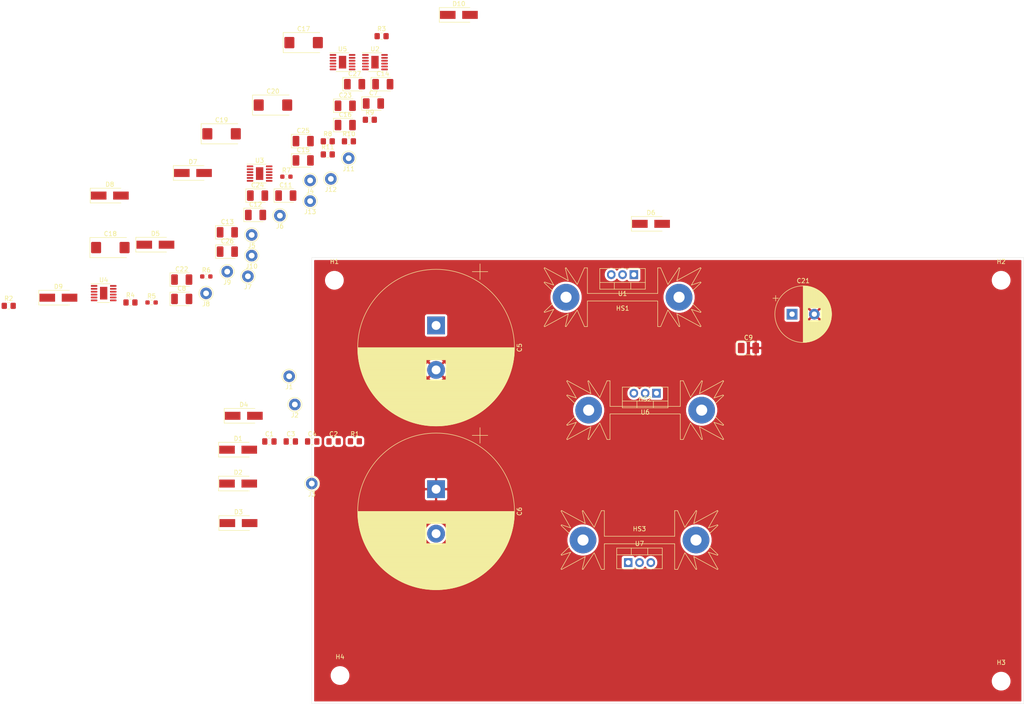
<source format=kicad_pcb>
(kicad_pcb (version 20171130) (host pcbnew "(5.1.9-0-10_14)")
  (layers (0 F.Cu signal) (31 B.Cu signal) (34 B.Paste user) (35 F.Paste user) (36 B.SilkS user) (37 F.SilkS user) (38 B.Mask user) (39 F.Mask user) (44 Edge.Cuts user))
  (net 0 "")
  (net 1 +17V)
  (net 2 "Net-(C1-Pad1)")
  (net 3 "Net-(C2-Pad2)")
  (net 4 GND)
  (net 5 "Net-(C11-Pad2)")
  (net 6 -17V)
  (net 7 "Net-(C11-Pad1)")
  (net 8 "Net-(C12-Pad2)")
  (net 9 "Net-(C13-Pad1)")
  (net 10 "Net-(C14-Pad2)")
  (net 11 "Net-(C16-Pad1)")
  (net 12 "Net-(C17-Pad1)")
  (net 13 "Net-(C18-Pad2)")
  (net 14 "Net-(C19-Pad1)")
  (net 15 "Net-(C20-Pad2)")
  (net 16 "Net-(C21-Pad1)")
  (net 17 "Net-(C24-Pad1)")
  (net 18 "Net-(C25-Pad2)")
  (net 19 "Net-(C26-Pad1)")
  (net 20 "Net-(C27-Pad2)")
  (net 21 "Net-(J10-Pad1)")
  (module Resistor_SMD:R_0603_1608Metric_Pad0.98x0.95mm_HandSolder (layer F.Cu) (at 88.275001 32.575001)
    (fp_text reference R7 (at 0 -1.43) (layer F.SilkS))
    (fp_text value 240R)
    (pad 2 smd roundrect (at 0.9125 0) (size 0.975 0.95) (layers F.Cu F.Paste F.Mask) (net 16 "Net-(C21-Pad1)"))
    (pad 1 smd roundrect (at -0.9125 0) (size 0.975 0.95) (layers F.Cu F.Paste F.Mask) (net 21 "Net-(J10-Pad1)"))
  )
  (module Resistor_SMD:R_0603_1608Metric_Pad0.98x0.95mm_HandSolder (layer F.Cu) (at 70.275001 55.025001)
    (fp_text reference R6 (at 0 -1.43) (layer F.SilkS))
    (fp_text value 240R)
    (pad 2 smd roundrect (at 0.9125 0) (size 0.975 0.95) (layers F.Cu F.Paste F.Mask) (net 11 "Net-(C16-Pad1)"))
    (pad 1 smd roundrect (at -0.9125 0) (size 0.975 0.95) (layers F.Cu F.Paste F.Mask) (net 16 "Net-(C21-Pad1)"))
  )
  (module Resistor_SMD:R_0603_1608Metric_Pad0.98x0.95mm_HandSolder (layer F.Cu) (at 57.975001 60.875001)
    (fp_text reference R5 (at 0 -1.43) (layer F.SilkS))
    (fp_text value 720R)
    (pad 2 smd roundrect (at 0.9125 0) (size 0.975 0.95) (layers F.Cu F.Paste F.Mask) (net 4 GND))
    (pad 1 smd roundrect (at -0.9125 0) (size 0.975 0.95) (layers F.Cu F.Paste F.Mask) (net 11 "Net-(C16-Pad1)"))
  )
  (module Capacitor_Tantalum_SMD:CP_EIA-3528-21_Kemet-B_Pad1.50x2.35mm_HandSolder (layer F.Cu) (at 192.125 71.12)
    (fp_text reference C9 (at 0 -2.35) (layer F.SilkS))
    (fp_text value 10uF/25V)
    (pad 2 smd roundrect (at 1.625 0) (size 1.5 2.35) (layers F.Cu F.Paste F.Mask) (roundrect_rratio 0.166667) (net 4 GND))
    (pad 1 smd roundrect (at -1.625 0) (size 1.5 2.35) (layers F.Cu F.Paste F.Mask) (roundrect_rratio 0.166667) (net 16 "Net-(C21-Pad1)"))
  )
  (module Capacitor_THT:CP_Radial_D35.0mm_P10.00mm_SnapIn (layer F.Cu) (at 121.92 102.87 270)
    (fp_text reference C6 (at 5 -18.75 90) (layer F.SilkS))
    (fp_text value 22000uF/25VDC)
    (pad 2 thru_hole circle (at 10 0 270) (size 4 4) (drill 2) (layers *.Cu *.Mask) (net 1 +17V))
    (pad 1 thru_hole rect (at 0 0 270) (size 4 4) (drill 2) (layers *.Cu *.Mask) (net 4 GND))
  )
  (module Capacitor_THT:CP_Radial_D35.0mm_P10.00mm_SnapIn (layer F.Cu) (at 121.92 66.04 270)
    (fp_text reference C5 (at 5 -18.75 90) (layer F.SilkS))
    (fp_text value 22000uF/25VDC)
    (pad 2 thru_hole circle (at 10 0 270) (size 4 4) (drill 2) (layers *.Cu *.Mask) (net 4 GND))
    (pad 1 thru_hole rect (at 0 0 270) (size 4 4) (drill 2) (layers *.Cu *.Mask) (net 1 +17V))
  )
  (module Package_TO_SOT_THT:TO-220-3_Vertical (layer F.Cu) (at 165.1 119.38)
    (fp_text reference U7 (at 2.54 -4.27) (layer F.SilkS))
    (fp_text value LM337_TO220)
    (pad 3 thru_hole oval (at 5.08 0) (size 1.905 2) (drill 1.1) (layers *.Cu *.Mask) (net 20 "Net-(C27-Pad2)"))
    (pad 2 thru_hole oval (at 2.54 0) (size 1.905 2) (drill 1.1) (layers *.Cu *.Mask) (net 6 -17V))
    (pad 1 thru_hole rect (at 0 0) (size 1.905 2) (drill 1.1) (layers *.Cu *.Mask))
  )
  (module Package_TO_SOT_THT:TO-220-3_Vertical (layer F.Cu) (at 171.45 81.28 180)
    (fp_text reference U6 (at 2.54 -4.27) (layer F.SilkS))
    (fp_text value LM317_TO-220)
    (pad 3 thru_hole oval (at 5.08 0 180) (size 1.905 2) (drill 1.1) (layers *.Cu *.Mask) (net 1 +17V))
    (pad 2 thru_hole oval (at 2.54 0 180) (size 1.905 2) (drill 1.1) (layers *.Cu *.Mask) (net 19 "Net-(C26-Pad1)"))
    (pad 1 thru_hole rect (at 0 0 180) (size 1.905 2) (drill 1.1) (layers *.Cu *.Mask) (net 17 "Net-(C24-Pad1)"))
  )
  (module Package_SO:MSOP-12-1EP_3x4mm_P0.65mm_EP1.65x2.85mm (layer F.Cu) (at 100.895001 6.825001)
    (fp_text reference U5 (at 0 -2.95) (layer F.SilkS))
    (fp_text value LT3094xMSE)
    (pad 13 smd rect (at 0 0) (size 1.65 2.85) (layers F.Cu F.Mask) (net 20 "Net-(C27-Pad2)"))
    (pad 12 smd roundrect (at 2.15 -1.625) (size 1.45 0.4) (layers F.Cu F.Paste F.Mask) (net 15 "Net-(C20-Pad2)"))
    (pad 11 smd roundrect (at 2.15 -0.975) (size 1.45 0.4) (layers F.Cu F.Paste F.Mask) (net 15 "Net-(C20-Pad2)"))
    (pad 10 smd roundrect (at 2.15 -0.325) (size 1.45 0.4) (layers F.Cu F.Paste F.Mask) (net 15 "Net-(C20-Pad2)"))
    (pad 9 smd roundrect (at 2.15 0.325) (size 1.45 0.4) (layers F.Cu F.Paste F.Mask) (net 4 GND))
    (pad 8 smd roundrect (at 2.15 0.975) (size 1.45 0.4) (layers F.Cu F.Paste F.Mask) (net 10 "Net-(C14-Pad2)"))
    (pad 7 smd roundrect (at 2.15 1.625) (size 1.45 0.4) (layers F.Cu F.Paste F.Mask))
    (pad 6 smd roundrect (at -2.15 1.625) (size 1.45 0.4) (layers F.Cu F.Paste F.Mask) (net 4 GND))
    (pad 5 smd roundrect (at -2.15 0.975) (size 1.45 0.4) (layers F.Cu F.Paste F.Mask) (net 20 "Net-(C27-Pad2)"))
    (pad 4 smd roundrect (at -2.15 0.325) (size 1.45 0.4) (layers F.Cu F.Paste F.Mask))
    (pad 3 smd roundrect (at -2.15 -0.325) (size 1.45 0.4) (layers F.Cu F.Paste F.Mask) (net 20 "Net-(C27-Pad2)"))
    (pad 2 smd roundrect (at -2.15 -0.975) (size 1.45 0.4) (layers F.Cu F.Paste F.Mask) (net 20 "Net-(C27-Pad2)"))
    (pad 1 smd roundrect (at -2.15 -1.625) (size 1.45 0.4) (layers F.Cu F.Paste F.Mask) (net 20 "Net-(C27-Pad2)"))
  )
  (module Package_SO:MSOP-12-1EP_3x4mm_P0.65mm_EP1.65x2.85mm (layer F.Cu) (at 47.205001 58.775001)
    (fp_text reference U4 (at 0 -2.95) (layer F.SilkS))
    (fp_text value LT3045xMSE)
    (pad 13 smd rect (at 0 0) (size 1.65 2.85) (layers F.Cu F.Mask) (net 4 GND))
    (pad 12 smd roundrect (at 2.15 -1.625) (size 1.45 0.4) (layers F.Cu F.Paste F.Mask) (net 14 "Net-(C19-Pad1)"))
    (pad 11 smd roundrect (at 2.15 -0.975) (size 1.45 0.4) (layers F.Cu F.Paste F.Mask) (net 14 "Net-(C19-Pad1)"))
    (pad 10 smd roundrect (at 2.15 -0.325) (size 1.45 0.4) (layers F.Cu F.Paste F.Mask) (net 14 "Net-(C19-Pad1)"))
    (pad 9 smd roundrect (at 2.15 0.325) (size 1.45 0.4) (layers F.Cu F.Paste F.Mask) (net 4 GND))
    (pad 8 smd roundrect (at 2.15 0.975) (size 1.45 0.4) (layers F.Cu F.Paste F.Mask) (net 9 "Net-(C13-Pad1)"))
    (pad 7 smd roundrect (at 2.15 1.625) (size 1.45 0.4) (layers F.Cu F.Paste F.Mask) (net 19 "Net-(C26-Pad1)"))
    (pad 6 smd roundrect (at -2.15 1.625) (size 1.45 0.4) (layers F.Cu F.Paste F.Mask) (net 4 GND))
    (pad 5 smd roundrect (at -2.15 0.975) (size 1.45 0.4) (layers F.Cu F.Paste F.Mask))
    (pad 4 smd roundrect (at -2.15 0.325) (size 1.45 0.4) (layers F.Cu F.Paste F.Mask) (net 19 "Net-(C26-Pad1)"))
    (pad 3 smd roundrect (at -2.15 -0.325) (size 1.45 0.4) (layers F.Cu F.Paste F.Mask) (net 19 "Net-(C26-Pad1)"))
    (pad 2 smd roundrect (at -2.15 -0.975) (size 1.45 0.4) (layers F.Cu F.Paste F.Mask) (net 19 "Net-(C26-Pad1)"))
    (pad 1 smd roundrect (at -2.15 -1.625) (size 1.45 0.4) (layers F.Cu F.Paste F.Mask) (net 19 "Net-(C26-Pad1)"))
  )
  (module Package_SO:MSOP-12-1EP_3x4mm_P0.65mm_EP1.65x2.85mm (layer F.Cu) (at 82.255001 31.885001)
    (fp_text reference U3 (at 0 -2.95) (layer F.SilkS))
    (fp_text value LT3094xMSE)
    (pad 13 smd rect (at 0 0) (size 1.65 2.85) (layers F.Cu F.Mask) (net 6 -17V))
    (pad 12 smd roundrect (at 2.15 -1.625) (size 1.45 0.4) (layers F.Cu F.Paste F.Mask) (net 13 "Net-(C18-Pad2)"))
    (pad 11 smd roundrect (at 2.15 -0.975) (size 1.45 0.4) (layers F.Cu F.Paste F.Mask) (net 13 "Net-(C18-Pad2)"))
    (pad 10 smd roundrect (at 2.15 -0.325) (size 1.45 0.4) (layers F.Cu F.Paste F.Mask) (net 13 "Net-(C18-Pad2)"))
    (pad 9 smd roundrect (at 2.15 0.325) (size 1.45 0.4) (layers F.Cu F.Paste F.Mask) (net 5 "Net-(C11-Pad2)"))
    (pad 8 smd roundrect (at 2.15 0.975) (size 1.45 0.4) (layers F.Cu F.Paste F.Mask) (net 8 "Net-(C12-Pad2)"))
    (pad 7 smd roundrect (at 2.15 1.625) (size 1.45 0.4) (layers F.Cu F.Paste F.Mask))
    (pad 6 smd roundrect (at -2.15 1.625) (size 1.45 0.4) (layers F.Cu F.Paste F.Mask) (net 5 "Net-(C11-Pad2)"))
    (pad 5 smd roundrect (at -2.15 0.975) (size 1.45 0.4) (layers F.Cu F.Paste F.Mask) (net 6 -17V))
    (pad 4 smd roundrect (at -2.15 0.325) (size 1.45 0.4) (layers F.Cu F.Paste F.Mask))
    (pad 3 smd roundrect (at -2.15 -0.325) (size 1.45 0.4) (layers F.Cu F.Paste F.Mask) (net 6 -17V))
    (pad 2 smd roundrect (at -2.15 -0.975) (size 1.45 0.4) (layers F.Cu F.Paste F.Mask) (net 6 -17V))
    (pad 1 smd roundrect (at -2.15 -1.625) (size 1.45 0.4) (layers F.Cu F.Paste F.Mask) (net 6 -17V))
  )
  (module Package_SO:MSOP-12-1EP_3x4mm_P0.65mm_EP1.65x2.85mm (layer F.Cu) (at 108.185001 6.825001)
    (fp_text reference U2 (at 0 -2.95) (layer F.SilkS))
    (fp_text value LT3045xMSE)
    (pad 13 smd rect (at 0 0) (size 1.65 2.85) (layers F.Cu F.Mask) (net 5 "Net-(C11-Pad2)"))
    (pad 12 smd roundrect (at 2.15 -1.625) (size 1.45 0.4) (layers F.Cu F.Paste F.Mask) (net 12 "Net-(C17-Pad1)"))
    (pad 11 smd roundrect (at 2.15 -0.975) (size 1.45 0.4) (layers F.Cu F.Paste F.Mask) (net 12 "Net-(C17-Pad1)"))
    (pad 10 smd roundrect (at 2.15 -0.325) (size 1.45 0.4) (layers F.Cu F.Paste F.Mask) (net 12 "Net-(C17-Pad1)"))
    (pad 9 smd roundrect (at 2.15 0.325) (size 1.45 0.4) (layers F.Cu F.Paste F.Mask) (net 5 "Net-(C11-Pad2)"))
    (pad 8 smd roundrect (at 2.15 0.975) (size 1.45 0.4) (layers F.Cu F.Paste F.Mask) (net 7 "Net-(C11-Pad1)"))
    (pad 7 smd roundrect (at 2.15 1.625) (size 1.45 0.4) (layers F.Cu F.Paste F.Mask) (net 1 +17V))
    (pad 6 smd roundrect (at -2.15 1.625) (size 1.45 0.4) (layers F.Cu F.Paste F.Mask) (net 5 "Net-(C11-Pad2)"))
    (pad 5 smd roundrect (at -2.15 0.975) (size 1.45 0.4) (layers F.Cu F.Paste F.Mask))
    (pad 4 smd roundrect (at -2.15 0.325) (size 1.45 0.4) (layers F.Cu F.Paste F.Mask) (net 1 +17V))
    (pad 3 smd roundrect (at -2.15 -0.325) (size 1.45 0.4) (layers F.Cu F.Paste F.Mask) (net 1 +17V))
    (pad 2 smd roundrect (at -2.15 -0.975) (size 1.45 0.4) (layers F.Cu F.Paste F.Mask) (net 1 +17V))
    (pad 1 smd roundrect (at -2.15 -1.625) (size 1.45 0.4) (layers F.Cu F.Paste F.Mask) (net 1 +17V))
  )
  (module Package_TO_SOT_THT:TO-220-3_Vertical (layer F.Cu) (at 166.37 54.61 180)
    (fp_text reference U1 (at 2.54 -4.27) (layer F.SilkS))
    (fp_text value LM317_TO-220)
    (pad 3 thru_hole oval (at 5.08 0 180) (size 1.905 2) (drill 1.1) (layers *.Cu *.Mask) (net 1 +17V))
    (pad 2 thru_hole oval (at 2.54 0 180) (size 1.905 2) (drill 1.1) (layers *.Cu *.Mask) (net 16 "Net-(C21-Pad1)"))
    (pad 1 thru_hole rect (at 0 0 180) (size 1.905 2) (drill 1.1) (layers *.Cu *.Mask) (net 11 "Net-(C16-Pad1)"))
  )
  (module Resistor_SMD:R_0805_2012Metric_Pad1.20x1.40mm_HandSolder (layer F.Cu) (at 97.575001 27.575001)
    (fp_text reference R11 (at 0 -1.65) (layer F.SilkS))
    (fp_text value 240R)
    (pad 2 smd roundrect (at 1 0) (size 1.2 1.4) (layers F.Cu F.Paste F.Mask) (roundrect_rratio 0.208333) (net 20 "Net-(C27-Pad2)"))
    (pad 1 smd roundrect (at -1 0) (size 1.2 1.4) (layers F.Cu F.Paste F.Mask) (roundrect_rratio 0.208333) (net 18 "Net-(C25-Pad2)"))
  )
  (module Resistor_SMD:R_0805_2012Metric_Pad1.20x1.40mm_HandSolder (layer F.Cu) (at 102.325001 24.625001)
    (fp_text reference R10 (at 0 -1.65) (layer F.SilkS))
    (fp_text value 240R)
    (pad 2 smd roundrect (at 1 0) (size 1.2 1.4) (layers F.Cu F.Paste F.Mask) (roundrect_rratio 0.208333) (net 17 "Net-(C24-Pad1)"))
    (pad 1 smd roundrect (at -1 0) (size 1.2 1.4) (layers F.Cu F.Paste F.Mask) (roundrect_rratio 0.208333) (net 19 "Net-(C26-Pad1)"))
  )
  (module Resistor_SMD:R_0805_2012Metric_Pad1.20x1.40mm_HandSolder (layer F.Cu) (at 107.025001 19.775001)
    (fp_text reference R9 (at 0 -1.65) (layer F.SilkS))
    (fp_text value 912R)
    (pad 2 smd roundrect (at 1 0) (size 1.2 1.4) (layers F.Cu F.Paste F.Mask) (roundrect_rratio 0.208333) (net 18 "Net-(C25-Pad2)"))
    (pad 1 smd roundrect (at -1 0) (size 1.2 1.4) (layers F.Cu F.Paste F.Mask) (roundrect_rratio 0.208333) (net 4 GND))
  )
  (module Resistor_SMD:R_0805_2012Metric_Pad1.20x1.40mm_HandSolder (layer F.Cu) (at 97.575001 24.625001)
    (fp_text reference R8 (at 0 -1.65) (layer F.SilkS))
    (fp_text value 912)
    (pad 2 smd roundrect (at 1 0) (size 1.2 1.4) (layers F.Cu F.Paste F.Mask) (roundrect_rratio 0.208333) (net 4 GND))
    (pad 1 smd roundrect (at -1 0) (size 1.2 1.4) (layers F.Cu F.Paste F.Mask) (roundrect_rratio 0.208333) (net 17 "Net-(C24-Pad1)"))
  )
  (module Resistor_SMD:R_0805_2012Metric_Pad1.20x1.40mm_HandSolder (layer F.Cu) (at 53.225001 60.875001)
    (fp_text reference R4 (at 0 -1.65) (layer F.SilkS))
    (fp_text value 49.9k)
    (pad 2 smd roundrect (at 1 0) (size 1.2 1.4) (layers F.Cu F.Paste F.Mask) (roundrect_rratio 0.208333) (net 10 "Net-(C14-Pad2)"))
    (pad 1 smd roundrect (at -1 0) (size 1.2 1.4) (layers F.Cu F.Paste F.Mask) (roundrect_rratio 0.208333) (net 4 GND))
  )
  (module Resistor_SMD:R_0805_2012Metric_Pad1.20x1.40mm_HandSolder (layer F.Cu) (at 109.675001 0.975001)
    (fp_text reference R3 (at 0 -1.65) (layer F.SilkS))
    (fp_text value 49.9k)
    (pad 2 smd roundrect (at 1 0) (size 1.2 1.4) (layers F.Cu F.Paste F.Mask) (roundrect_rratio 0.208333) (net 4 GND))
    (pad 1 smd roundrect (at -1 0) (size 1.2 1.4) (layers F.Cu F.Paste F.Mask) (roundrect_rratio 0.208333) (net 9 "Net-(C13-Pad1)"))
  )
  (module Resistor_SMD:R_0805_2012Metric_Pad1.20x1.40mm_HandSolder (layer F.Cu) (at 25.865001 61.625001)
    (fp_text reference R2 (at 0 -1.65) (layer F.SilkS))
    (fp_text value 150k)
    (pad 2 smd roundrect (at 1 0) (size 1.2 1.4) (layers F.Cu F.Paste F.Mask) (roundrect_rratio 0.208333) (net 8 "Net-(C12-Pad2)"))
    (pad 1 smd roundrect (at -1 0) (size 1.2 1.4) (layers F.Cu F.Paste F.Mask) (roundrect_rratio 0.208333) (net 5 "Net-(C11-Pad2)"))
  )
  (module Resistor_SMD:R_0805_2012Metric_Pad1.20x1.40mm_HandSolder (layer F.Cu) (at 103.665001 92.105001)
    (fp_text reference R1 (at 0 -1.65) (layer F.SilkS))
    (fp_text value 150k)
    (pad 2 smd roundrect (at 1 0) (size 1.2 1.4) (layers F.Cu F.Paste F.Mask) (roundrect_rratio 0.208333) (net 5 "Net-(C11-Pad2)"))
    (pad 1 smd roundrect (at -1 0) (size 1.2 1.4) (layers F.Cu F.Paste F.Mask) (roundrect_rratio 0.208333) (net 7 "Net-(C11-Pad1)"))
  )
  (module Connector_Pin:Pin_D1.3mm_L11.0mm (layer F.Cu) (at 93.615001 38.075001)
    (fp_text reference J13 (at 0 2.4) (layer F.SilkS))
    (fp_text value GND)
    (pad 1 thru_hole circle (at 0 0) (size 2.6 2.6) (drill 1.3) (layers *.Cu *.Mask) (net 4 GND))
  )
  (module Connector_Pin:Pin_D1.3mm_L11.0mm (layer F.Cu) (at 98.265001 33.075001)
    (fp_text reference J12 (at 0 2.4) (layer F.SilkS))
    (fp_text value +5V)
    (pad 1 thru_hole circle (at 0 0) (size 2.6 2.6) (drill 1.3) (layers *.Cu *.Mask) (net 16 "Net-(C21-Pad1)"))
  )
  (module Connector_Pin:Pin_D1.3mm_L11.0mm (layer F.Cu) (at 102.275001 28.425001)
    (fp_text reference J11 (at 0 2.4) (layer F.SilkS))
    (fp_text value GND)
    (pad 1 thru_hole circle (at 0 0) (size 2.6 2.6) (drill 1.3) (layers *.Cu *.Mask) (net 4 GND))
  )
  (module Connector_Pin:Pin_D1.3mm_L11.0mm (layer F.Cu) (at 80.475001 50.335001)
    (fp_text reference J10 (at 0 2.4) (layer F.SilkS))
    (fp_text value LED)
    (pad 1 thru_hole circle (at 0 0) (size 2.6 2.6) (drill 1.3) (layers *.Cu *.Mask) (net 21 "Net-(J10-Pad1)"))
  )
  (module Connector_Pin:Pin_D1.3mm_L11.0mm (layer F.Cu) (at 74.975001 53.935001)
    (fp_text reference J9 (at 0 2.4) (layer F.SilkS))
    (fp_text value -5V)
    (pad 1 thru_hole circle (at 0 0) (size 2.6 2.6) (drill 1.3) (layers *.Cu *.Mask) (net 15 "Net-(C20-Pad2)"))
  )
  (module Connector_Pin:Pin_D1.3mm_L11.0mm (layer F.Cu) (at 70.225001 58.825001)
    (fp_text reference J8 (at 0 2.4) (layer F.SilkS))
    (fp_text value GND)
    (pad 1 thru_hole circle (at 0 0) (size 2.6 2.6) (drill 1.3) (layers *.Cu *.Mask) (net 4 GND))
  )
  (module Connector_Pin:Pin_D1.3mm_L11.0mm (layer F.Cu) (at 79.625001 54.985001)
    (fp_text reference J7 (at 0 2.4) (layer F.SilkS))
    (fp_text value +5V)
    (pad 1 thru_hole circle (at 0 0) (size 2.6 2.6) (drill 1.3) (layers *.Cu *.Mask) (net 14 "Net-(C19-Pad1)"))
  )
  (module Connector_Pin:Pin_D1.3mm_L11.0mm (layer F.Cu) (at 86.815001 41.335001)
    (fp_text reference J6 (at 0 2.4) (layer F.SilkS))
    (fp_text value -15V)
    (pad 1 thru_hole circle (at 0 0) (size 2.6 2.6) (drill 1.3) (layers *.Cu *.Mask) (net 13 "Net-(C18-Pad2)"))
  )
  (module Connector_Pin:Pin_D1.3mm_L11.0mm (layer F.Cu) (at 80.475001 45.685001)
    (fp_text reference J5 (at 0 2.4) (layer F.SilkS))
    (fp_text value GND)
    (pad 1 thru_hole circle (at 0 0) (size 2.6 2.6) (drill 1.3) (layers *.Cu *.Mask) (net 5 "Net-(C11-Pad2)"))
  )
  (module Connector_Pin:Pin_D1.3mm_L11.0mm (layer F.Cu) (at 93.615001 33.425001)
    (fp_text reference J4 (at 0 2.4) (layer F.SilkS))
    (fp_text value +15V)
    (pad 1 thru_hole circle (at 0 0) (size 2.6 2.6) (drill 1.3) (layers *.Cu *.Mask) (net 12 "Net-(C17-Pad1)"))
  )
  (module Connector_Pin:Pin_D1.3mm_L11.0mm (layer F.Cu) (at 93.98 101.6)
    (fp_text reference J3 (at 0 2.4) (layer F.SilkS))
    (fp_text value AC)
    (pad 1 thru_hole circle (at 0 0) (size 2.6 2.6) (drill 1.3) (layers *.Cu *.Mask) (net 3 "Net-(C2-Pad2)"))
  )
  (module Connector_Pin:Pin_D1.3mm_L11.0mm (layer F.Cu) (at 90.17 83.82)
    (fp_text reference J2 (at 0 2.4) (layer F.SilkS))
    (fp_text value GND)
    (pad 1 thru_hole circle (at 0 0) (size 2.6 2.6) (drill 1.3) (layers *.Cu *.Mask) (net 4 GND))
  )
  (module Connector_Pin:Pin_D1.3mm_L11.0mm (layer F.Cu) (at 88.9 77.47)
    (fp_text reference J1 (at 0 2.4) (layer F.SilkS))
    (fp_text value AC)
    (pad 1 thru_hole circle (at 0 0) (size 2.6 2.6) (drill 1.3) (layers *.Cu *.Mask) (net 2 "Net-(C1-Pad1)"))
  )
  (module Heatsink:Heatsink_Fischer_SK104-STC-STIC_35x13mm_2xDrill2.5mm (layer F.Cu) (at 167.64 114.3)
    (fp_text reference HS3 (at -0.025 -2.5) (layer F.SilkS))
    (fp_text value Heatsink)
    (pad 1 thru_hole circle (at -12.7 0 180) (size 6 6) (drill 2.5) (layers *.Cu *.Mask))
    (pad 1 thru_hole circle (at 12.7 0) (size 6 6) (drill 2.5) (layers *.Cu *.Mask))
  )
  (module Heatsink:Heatsink_Fischer_SK104-STC-STIC_35x13mm_2xDrill2.5mm (layer F.Cu) (at 168.91 85.09)
    (fp_text reference HS2 (at -0.025 -2.5) (layer F.SilkS))
    (fp_text value Heatsink)
    (pad 1 thru_hole circle (at -12.7 0 180) (size 6 6) (drill 2.5) (layers *.Cu *.Mask))
    (pad 1 thru_hole circle (at 12.7 0) (size 6 6) (drill 2.5) (layers *.Cu *.Mask))
  )
  (module Heatsink:Heatsink_Fischer_SK104-STC-STIC_35x13mm_2xDrill2.5mm (layer F.Cu) (at 163.83 59.69 180)
    (fp_text reference HS1 (at -0.025 -2.5) (layer F.SilkS))
    (fp_text value Heatsink)
    (pad 1 thru_hole circle (at -12.7 0) (size 6 6) (drill 2.5) (layers *.Cu *.Mask))
    (pad 1 thru_hole circle (at 12.7 0 180) (size 6 6) (drill 2.5) (layers *.Cu *.Mask))
  )
  (module MountingHole:MountingHole_3.2mm_M3 (layer F.Cu) (at 100.33 144.78)
    (fp_text reference H4 (at 0 -4.2) (layer F.SilkS))
    (fp_text value MountingHole)
    (pad 1 np_thru_hole circle (at 0 0) (size 3.2 3.2) (drill 3.2) (layers *.Cu *.Mask))
  )
  (module MountingHole:MountingHole_3.2mm_M3 (layer F.Cu) (at 248.92 146.05)
    (fp_text reference H3 (at 0 -4.2) (layer F.SilkS))
    (fp_text value MountingHole)
    (pad 1 np_thru_hole circle (at 0 0) (size 3.2 3.2) (drill 3.2) (layers *.Cu *.Mask))
  )
  (module MountingHole:MountingHole_3.2mm_M3 (layer F.Cu) (at 248.92 55.88)
    (fp_text reference H2 (at 0 -4.2) (layer F.SilkS))
    (fp_text value MountingHole)
    (pad 1 np_thru_hole circle (at 0 0) (size 3.2 3.2) (drill 3.2) (layers *.Cu *.Mask))
  )
  (module MountingHole:MountingHole_3.2mm_M3 (layer F.Cu) (at 99.06 55.88)
    (fp_text reference H1 (at 0 -4.2) (layer F.SilkS))
    (fp_text value MountingHole)
    (pad 1 np_thru_hole circle (at 0 0) (size 3.2 3.2) (drill 3.2) (layers *.Cu *.Mask))
  )
  (module Diode_SMD:D_SMA_Handsoldering (layer F.Cu) (at 127.04 -3.81)
    (fp_text reference D10 (at 0 -2.5) (layer F.SilkS))
    (fp_text value 1N4007)
    (pad 2 smd rect (at 2.5 0) (size 3.5 1.8) (layers F.Cu F.Paste F.Mask) (net 20 "Net-(C27-Pad2)"))
    (pad 1 smd rect (at -2.5 0) (size 3.5 1.8) (layers F.Cu F.Paste F.Mask) (net 18 "Net-(C25-Pad2)"))
  )
  (module Diode_SMD:D_SMA_Handsoldering (layer F.Cu) (at 37.035001 59.795001)
    (fp_text reference D9 (at 0 -2.5) (layer F.SilkS))
    (fp_text value 1N4007)
    (pad 2 smd rect (at 2.5 0) (size 3.5 1.8) (layers F.Cu F.Paste F.Mask) (net 17 "Net-(C24-Pad1)"))
    (pad 1 smd rect (at -2.5 0) (size 3.5 1.8) (layers F.Cu F.Paste F.Mask) (net 19 "Net-(C26-Pad1)"))
  )
  (module Diode_SMD:D_SMA_Handsoldering (layer F.Cu) (at 48.585001 36.83)
    (fp_text reference D8 (at 0 -2.5) (layer F.SilkS))
    (fp_text value 1N4007)
    (pad 2 smd rect (at 2.5 0) (size 3.5 1.8) (layers F.Cu F.Paste F.Mask) (net 6 -17V))
    (pad 1 smd rect (at -2.5 0) (size 3.5 1.8) (layers F.Cu F.Paste F.Mask) (net 20 "Net-(C27-Pad2)"))
  )
  (module Diode_SMD:D_SMA_Handsoldering (layer F.Cu) (at 67.27 31.75)
    (fp_text reference D7 (at 0 -2.5) (layer F.SilkS))
    (fp_text value 1N4007)
    (pad 2 smd rect (at 2.5 0) (size 3.5 1.8) (layers F.Cu F.Paste F.Mask) (net 19 "Net-(C26-Pad1)"))
    (pad 1 smd rect (at -2.5 0) (size 3.5 1.8) (layers F.Cu F.Paste F.Mask) (net 1 +17V))
  )
  (module Diode_SMD:D_SMA_Handsoldering (layer F.Cu) (at 170.22 43.18)
    (fp_text reference D6 (at 0 -2.5) (layer F.SilkS))
    (fp_text value 1N4007)
    (pad 2 smd rect (at 2.5 0) (size 3.5 1.8) (layers F.Cu F.Paste F.Mask) (net 11 "Net-(C16-Pad1)"))
    (pad 1 smd rect (at -2.5 0) (size 3.5 1.8) (layers F.Cu F.Paste F.Mask) (net 16 "Net-(C21-Pad1)"))
  )
  (module Diode_SMD:D_SMA_Handsoldering (layer F.Cu) (at 58.835001 47.875001)
    (fp_text reference D5 (at 0 -2.5) (layer F.SilkS))
    (fp_text value 1N4007)
    (pad 2 smd rect (at 2.5 0) (size 3.5 1.8) (layers F.Cu F.Paste F.Mask) (net 16 "Net-(C21-Pad1)"))
    (pad 1 smd rect (at -2.5 0) (size 3.5 1.8) (layers F.Cu F.Paste F.Mask) (net 1 +17V))
  )
  (module Diode_SMD:D_SMA_Handsoldering (layer F.Cu) (at 78.7 86.36)
    (fp_text reference D4 (at 0 -2.5) (layer F.SilkS))
    (fp_text value BYG20D)
    (pad 2 smd rect (at 2.5 0) (size 3.5 1.8) (layers F.Cu F.Paste F.Mask) (net 3 "Net-(C2-Pad2)"))
    (pad 1 smd rect (at -2.5 0) (size 3.5 1.8) (layers F.Cu F.Paste F.Mask) (net 1 +17V))
  )
  (module Diode_SMD:D_SMA_Handsoldering (layer F.Cu) (at 77.51 110.49)
    (fp_text reference D3 (at 0 -2.5) (layer F.SilkS))
    (fp_text value BYG20D)
    (pad 2 smd rect (at 2.5 0) (size 3.5 1.8) (layers F.Cu F.Paste F.Mask) (net 2 "Net-(C1-Pad1)"))
    (pad 1 smd rect (at -2.5 0) (size 3.5 1.8) (layers F.Cu F.Paste F.Mask) (net 1 +17V))
  )
  (module Diode_SMD:D_SMA_Handsoldering (layer F.Cu) (at 77.43 101.6)
    (fp_text reference D2 (at 0 -2.5) (layer F.SilkS))
    (fp_text value BYG20D)
    (pad 2 smd rect (at 2.5 0) (size 3.5 1.8) (layers F.Cu F.Paste F.Mask) (net 1 +17V))
    (pad 1 smd rect (at -2.5 0) (size 3.5 1.8) (layers F.Cu F.Paste F.Mask) (net 3 "Net-(C2-Pad2)"))
  )
  (module Diode_SMD:D_SMA_Handsoldering (layer F.Cu) (at 77.43 93.98)
    (fp_text reference D1 (at 0 -2.5) (layer F.SilkS))
    (fp_text value BYG20D)
    (pad 2 smd rect (at 2.5 0) (size 3.5 1.8) (layers F.Cu F.Paste F.Mask) (net 1 +17V))
    (pad 1 smd rect (at -2.5 0) (size 3.5 1.8) (layers F.Cu F.Paste F.Mask) (net 2 "Net-(C1-Pad1)"))
  )
  (module Capacitor_Tantalum_SMD:CP_EIA-3528-21_Kemet-B_Pad1.50x2.35mm_HandSolder (layer F.Cu) (at 103.605001 11.775001)
    (fp_text reference C27 (at 0 -2.35) (layer F.SilkS))
    (fp_text value 10uF/25V)
    (pad 2 smd roundrect (at 1.625 0) (size 1.5 2.35) (layers F.Cu F.Paste F.Mask) (roundrect_rratio 0.166667) (net 20 "Net-(C27-Pad2)"))
    (pad 1 smd roundrect (at -1.625 0) (size 1.5 2.35) (layers F.Cu F.Paste F.Mask) (roundrect_rratio 0.166667) (net 4 GND))
  )
  (module Capacitor_Tantalum_SMD:CP_EIA-3528-21_Kemet-B_Pad1.50x2.35mm_HandSolder (layer F.Cu) (at 75.005001 49.435001)
    (fp_text reference C26 (at 0 -2.35) (layer F.SilkS))
    (fp_text value 10uF/25V)
    (pad 2 smd roundrect (at 1.625 0) (size 1.5 2.35) (layers F.Cu F.Paste F.Mask) (roundrect_rratio 0.166667) (net 4 GND))
    (pad 1 smd roundrect (at -1.625 0) (size 1.5 2.35) (layers F.Cu F.Paste F.Mask) (roundrect_rratio 0.166667) (net 19 "Net-(C26-Pad1)"))
  )
  (module Capacitor_Tantalum_SMD:CP_EIA-3528-21_Kemet-B_Pad1.50x2.35mm_HandSolder (layer F.Cu) (at 92.055001 24.575001)
    (fp_text reference C25 (at 0 -2.35) (layer F.SilkS))
    (fp_text value 10uF/25V)
    (pad 2 smd roundrect (at 1.625 0) (size 1.5 2.35) (layers F.Cu F.Paste F.Mask) (roundrect_rratio 0.166667) (net 18 "Net-(C25-Pad2)"))
    (pad 1 smd roundrect (at -1.625 0) (size 1.5 2.35) (layers F.Cu F.Paste F.Mask) (roundrect_rratio 0.166667) (net 4 GND))
  )
  (module Capacitor_Tantalum_SMD:CP_EIA-3528-21_Kemet-B_Pad1.50x2.35mm_HandSolder (layer F.Cu) (at 81.805001 36.835001)
    (fp_text reference C24 (at 0 -2.35) (layer F.SilkS))
    (fp_text value 10uF/25V)
    (pad 2 smd roundrect (at 1.625 0) (size 1.5 2.35) (layers F.Cu F.Paste F.Mask) (roundrect_rratio 0.166667) (net 4 GND))
    (pad 1 smd roundrect (at -1.625 0) (size 1.5 2.35) (layers F.Cu F.Paste F.Mask) (roundrect_rratio 0.166667) (net 17 "Net-(C24-Pad1)"))
  )
  (module Capacitor_Tantalum_SMD:CP_EIA-3528-21_Kemet-B_Pad1.50x2.35mm_HandSolder (layer F.Cu) (at 101.505001 16.625001)
    (fp_text reference C23 (at 0 -2.35) (layer F.SilkS))
    (fp_text value 10uF/25V)
    (pad 2 smd roundrect (at 1.625 0) (size 1.5 2.35) (layers F.Cu F.Paste F.Mask) (roundrect_rratio 0.166667) (net 6 -17V))
    (pad 1 smd roundrect (at -1.625 0) (size 1.5 2.35) (layers F.Cu F.Paste F.Mask) (roundrect_rratio 0.166667) (net 4 GND))
  )
  (module Capacitor_Tantalum_SMD:CP_EIA-3528-21_Kemet-B_Pad1.50x2.35mm_HandSolder (layer F.Cu) (at 64.755001 55.725001)
    (fp_text reference C22 (at 0 -2.35) (layer F.SilkS))
    (fp_text value 10uF/25V)
    (pad 2 smd roundrect (at 1.625 0) (size 1.5 2.35) (layers F.Cu F.Paste F.Mask) (roundrect_rratio 0.166667) (net 4 GND))
    (pad 1 smd roundrect (at -1.625 0) (size 1.5 2.35) (layers F.Cu F.Paste F.Mask) (roundrect_rratio 0.166667) (net 1 +17V))
  )
  (module Capacitor_THT:CP_Radial_D12.5mm_P5.00mm (layer F.Cu) (at 201.93 63.5)
    (fp_text reference C21 (at 2.5 -7.5) (layer F.SilkS))
    (fp_text value 1000uF/35V)
    (pad 2 thru_hole circle (at 5 0) (size 2.4 2.4) (drill 1.2) (layers *.Cu *.Mask) (net 4 GND))
    (pad 1 thru_hole rect (at 0 0) (size 2.4 2.4) (drill 1.2) (layers *.Cu *.Mask) (net 16 "Net-(C21-Pad1)"))
  )
  (module Capacitor_Tantalum_SMD:CP_EIA-7343-31_Kemet-D_Pad2.25x2.55mm_HandSolder (layer F.Cu) (at 85.255001 16.475001)
    (fp_text reference C20 (at 0 -3.1) (layer F.SilkS))
    (fp_text value 47uF)
    (pad 2 smd roundrect (at 3.2 0) (size 2.25 2.55) (layers F.Cu F.Paste F.Mask) (roundrect_rratio 0.111111) (net 15 "Net-(C20-Pad2)"))
    (pad 1 smd roundrect (at -3.2 0) (size 2.25 2.55) (layers F.Cu F.Paste F.Mask) (roundrect_rratio 0.111111) (net 4 GND))
  )
  (module Capacitor_Tantalum_SMD:CP_EIA-7343-31_Kemet-D_Pad2.25x2.55mm_HandSolder (layer F.Cu) (at 73.705001 22.935001)
    (fp_text reference C19 (at 0 -3.1) (layer F.SilkS))
    (fp_text value 47uF)
    (pad 2 smd roundrect (at 3.2 0) (size 2.25 2.55) (layers F.Cu F.Paste F.Mask) (roundrect_rratio 0.111111) (net 4 GND))
    (pad 1 smd roundrect (at -3.2 0) (size 2.25 2.55) (layers F.Cu F.Paste F.Mask) (roundrect_rratio 0.111111) (net 14 "Net-(C19-Pad1)"))
  )
  (module Capacitor_Tantalum_SMD:CP_EIA-7343-31_Kemet-D_Pad2.25x2.55mm_HandSolder (layer F.Cu) (at 48.705001 48.525001)
    (fp_text reference C18 (at 0 -3.1) (layer F.SilkS))
    (fp_text value 47uF)
    (pad 2 smd roundrect (at 3.2 0) (size 2.25 2.55) (layers F.Cu F.Paste F.Mask) (roundrect_rratio 0.111111) (net 13 "Net-(C18-Pad2)"))
    (pad 1 smd roundrect (at -3.2 0) (size 2.25 2.55) (layers F.Cu F.Paste F.Mask) (roundrect_rratio 0.111111) (net 5 "Net-(C11-Pad2)"))
  )
  (module Capacitor_Tantalum_SMD:CP_EIA-7343-31_Kemet-D_Pad2.25x2.55mm_HandSolder (layer F.Cu) (at 92.145001 2.425001)
    (fp_text reference C17 (at 0 -3.1) (layer F.SilkS))
    (fp_text value 47uF)
    (pad 2 smd roundrect (at 3.2 0) (size 2.25 2.55) (layers F.Cu F.Paste F.Mask) (roundrect_rratio 0.111111) (net 5 "Net-(C11-Pad2)"))
    (pad 1 smd roundrect (at -3.2 0) (size 2.25 2.55) (layers F.Cu F.Paste F.Mask) (roundrect_rratio 0.111111) (net 12 "Net-(C17-Pad1)"))
  )
  (module Capacitor_Tantalum_SMD:CP_EIA-3528-21_Kemet-B_Pad1.50x2.35mm_HandSolder (layer F.Cu) (at 101.505001 20.975001)
    (fp_text reference C16 (at 0 -2.35) (layer F.SilkS))
    (fp_text value 10uF/25V)
    (pad 2 smd roundrect (at 1.625 0) (size 1.5 2.35) (layers F.Cu F.Paste F.Mask) (roundrect_rratio 0.166667) (net 4 GND))
    (pad 1 smd roundrect (at -1.625 0) (size 1.5 2.35) (layers F.Cu F.Paste F.Mask) (roundrect_rratio 0.166667) (net 11 "Net-(C16-Pad1)"))
  )
  (module Capacitor_Tantalum_SMD:CP_EIA-3528-21_Kemet-B_Pad1.50x2.35mm_HandSolder (layer F.Cu) (at 92.055001 28.925001)
    (fp_text reference C15 (at 0 -2.35) (layer F.SilkS))
    (fp_text value 10uF/25V)
    (pad 2 smd roundrect (at 1.625 0) (size 1.5 2.35) (layers F.Cu F.Paste F.Mask) (roundrect_rratio 0.166667) (net 4 GND))
    (pad 1 smd roundrect (at -1.625 0) (size 1.5 2.35) (layers F.Cu F.Paste F.Mask) (roundrect_rratio 0.166667) (net 1 +17V))
  )
  (module Capacitor_Tantalum_SMD:CP_EIA-3528-21_Kemet-B_Pad1.50x2.35mm_HandSolder (layer F.Cu) (at 109.945001 11.775001)
    (fp_text reference C14 (at 0 -2.35) (layer F.SilkS))
    (fp_text value 4.7uF)
    (pad 2 smd roundrect (at 1.625 0) (size 1.5 2.35) (layers F.Cu F.Paste F.Mask) (roundrect_rratio 0.166667) (net 10 "Net-(C14-Pad2)"))
    (pad 1 smd roundrect (at -1.625 0) (size 1.5 2.35) (layers F.Cu F.Paste F.Mask) (roundrect_rratio 0.166667) (net 4 GND))
  )
  (module Capacitor_Tantalum_SMD:CP_EIA-3528-21_Kemet-B_Pad1.50x2.35mm_HandSolder (layer F.Cu) (at 75.005001 45.085001)
    (fp_text reference C13 (at 0 -2.35) (layer F.SilkS))
    (fp_text value 4.7uF)
    (pad 2 smd roundrect (at 1.625 0) (size 1.5 2.35) (layers F.Cu F.Paste F.Mask) (roundrect_rratio 0.166667) (net 4 GND))
    (pad 1 smd roundrect (at -1.625 0) (size 1.5 2.35) (layers F.Cu F.Paste F.Mask) (roundrect_rratio 0.166667) (net 9 "Net-(C13-Pad1)"))
  )
  (module Capacitor_Tantalum_SMD:CP_EIA-3528-21_Kemet-B_Pad1.50x2.35mm_HandSolder (layer F.Cu) (at 81.345001 41.185001)
    (fp_text reference C12 (at 0 -2.35) (layer F.SilkS))
    (fp_text value 4.7uF)
    (pad 2 smd roundrect (at 1.625 0) (size 1.5 2.35) (layers F.Cu F.Paste F.Mask) (roundrect_rratio 0.166667) (net 8 "Net-(C12-Pad2)"))
    (pad 1 smd roundrect (at -1.625 0) (size 1.5 2.35) (layers F.Cu F.Paste F.Mask) (roundrect_rratio 0.166667) (net 5 "Net-(C11-Pad2)"))
  )
  (module Capacitor_Tantalum_SMD:CP_EIA-3528-21_Kemet-B_Pad1.50x2.35mm_HandSolder (layer F.Cu) (at 88.145001 36.835001)
    (fp_text reference C11 (at 0 -2.35) (layer F.SilkS))
    (fp_text value 4.7uF)
    (pad 2 smd roundrect (at 1.625 0) (size 1.5 2.35) (layers F.Cu F.Paste F.Mask) (roundrect_rratio 0.166667) (net 5 "Net-(C11-Pad2)"))
    (pad 1 smd roundrect (at -1.625 0) (size 1.5 2.35) (layers F.Cu F.Paste F.Mask) (roundrect_rratio 0.166667) (net 7 "Net-(C11-Pad1)"))
  )
  (module Capacitor_Tantalum_SMD:CP_EIA-3528-21_Kemet-B_Pad1.50x2.35mm_HandSolder (layer F.Cu) (at 64.755001 60.075001)
    (fp_text reference C8 (at 0 -2.35) (layer F.SilkS))
    (fp_text value 10uF/25V)
    (pad 2 smd roundrect (at 1.625 0) (size 1.5 2.35) (layers F.Cu F.Paste F.Mask) (roundrect_rratio 0.166667) (net 6 -17V))
    (pad 1 smd roundrect (at -1.625 0) (size 1.5 2.35) (layers F.Cu F.Paste F.Mask) (roundrect_rratio 0.166667) (net 5 "Net-(C11-Pad2)"))
  )
  (module Capacitor_Tantalum_SMD:CP_EIA-3528-21_Kemet-B_Pad1.50x2.35mm_HandSolder (layer F.Cu) (at 107.845001 16.125001)
    (fp_text reference C7 (at 0 -2.35) (layer F.SilkS))
    (fp_text value 10uF/25V)
    (pad 2 smd roundrect (at 1.625 0) (size 1.5 2.35) (layers F.Cu F.Paste F.Mask) (roundrect_rratio 0.166667) (net 5 "Net-(C11-Pad2)"))
    (pad 1 smd roundrect (at -1.625 0) (size 1.5 2.35) (layers F.Cu F.Paste F.Mask) (roundrect_rratio 0.166667) (net 1 +17V))
  )
  (module Capacitor_SMD:C_0805_2012Metric_Pad1.18x1.45mm_HandSolder (layer F.Cu) (at 94.075001 92.135001)
    (fp_text reference C4 (at 0 -1.68) (layer F.SilkS))
    (fp_text value 10nF)
    (pad 2 smd roundrect (at 1.0375 0) (size 1.175 1.45) (layers F.Cu F.Paste F.Mask) (roundrect_rratio 0.212766) (net 3 "Net-(C2-Pad2)"))
    (pad 1 smd roundrect (at -1.0375 0) (size 1.175 1.45) (layers F.Cu F.Paste F.Mask) (roundrect_rratio 0.212766) (net 1 +17V))
  )
  (module Capacitor_SMD:C_0805_2012Metric_Pad1.18x1.45mm_HandSolder (layer F.Cu) (at 89.265001 92.135001)
    (fp_text reference C3 (at 0 -1.68) (layer F.SilkS))
    (fp_text value 10nF)
    (pad 2 smd roundrect (at 1.0375 0) (size 1.175 1.45) (layers F.Cu F.Paste F.Mask) (roundrect_rratio 0.212766) (net 1 +17V))
    (pad 1 smd roundrect (at -1.0375 0) (size 1.175 1.45) (layers F.Cu F.Paste F.Mask) (roundrect_rratio 0.212766) (net 2 "Net-(C1-Pad1)"))
  )
  (module Capacitor_SMD:C_0805_2012Metric_Pad1.18x1.45mm_HandSolder (layer F.Cu) (at 98.885001 92.135001)
    (fp_text reference C2 (at 0 -1.68) (layer F.SilkS))
    (fp_text value 10nF)
    (pad 2 smd roundrect (at 1.0375 0) (size 1.175 1.45) (layers F.Cu F.Paste F.Mask) (roundrect_rratio 0.212766) (net 3 "Net-(C2-Pad2)"))
    (pad 1 smd roundrect (at -1.0375 0) (size 1.175 1.45) (layers F.Cu F.Paste F.Mask) (roundrect_rratio 0.212766) (net 1 +17V))
  )
  (module Capacitor_SMD:C_0805_2012Metric_Pad1.18x1.45mm_HandSolder (layer F.Cu) (at 84.455001 92.135001)
    (fp_text reference C1 (at 0 -1.68) (layer F.SilkS))
    (fp_text value 10nF)
    (pad 2 smd roundrect (at 1.0375 0) (size 1.175 1.45) (layers F.Cu F.Paste F.Mask) (roundrect_rratio 0.212766) (net 1 +17V))
    (pad 1 smd roundrect (at -1.0375 0) (size 1.175 1.45) (layers F.Cu F.Paste F.Mask) (roundrect_rratio 0.212766) (net 2 "Net-(C1-Pad1)"))
  )
  (gr_line (start 93.98 151.13) (end 93.98 50.8) (layer Edge.Cuts) (width 0.05))
  (gr_line (start 254 151.13) (end 93.98 151.13) (layer Edge.Cuts) (width 0.05))
  (gr_line (start 254 50.8) (end 254 151.13) (layer Edge.Cuts) (width 0.05))
  (gr_line (start 93.98 50.8) (end 254 50.8) (layer Edge.Cuts) (width 0.05))
  (zone (net 4) (net_name GND) (layer F.Cu) (connect_pads (clearance 0.508)) (min_thickness 0.254) (fill yes (arc_segments 32) (thermal_gap 0.508) (thermal_bridge_width 0.508))
    (polygon (pts (xy 254 151.13) (xy 93.98 151.13) (xy 93.98 50.8) (xy 254 50.8)))
  )
)
</source>
